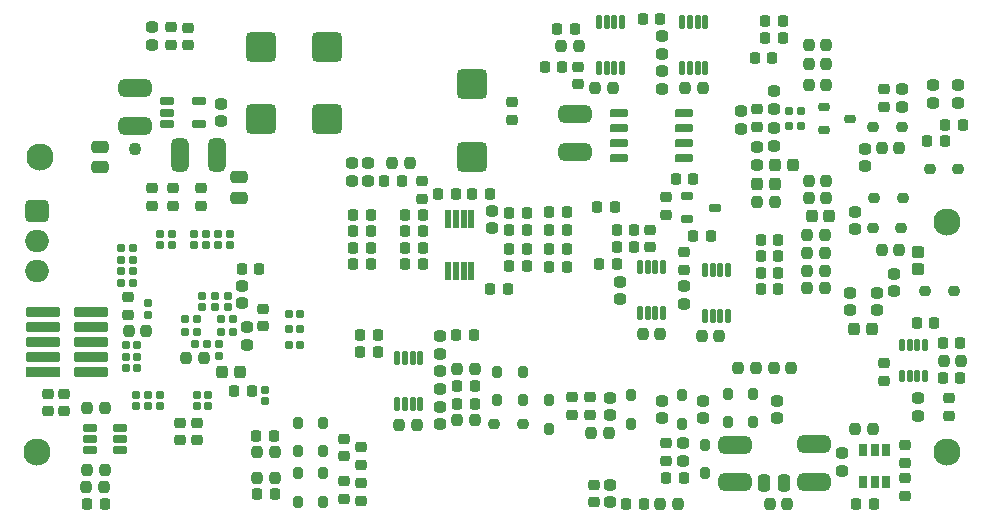
<source format=gbr>
%TF.GenerationSoftware,Altium Limited,Altium Designer,22.6.1 (34)*%
G04 Layer_Color=16711935*
%FSLAX45Y45*%
%MOMM*%
%TF.SameCoordinates,07F994AE-BB1C-4BEA-A643-928B9DFDCC76*%
%TF.FilePolarity,Negative*%
%TF.FileFunction,Soldermask,Bot*%
%TF.Part,Single*%
G01*
G75*
%TA.AperFunction,SMDPad,CuDef*%
G04:AMPARAMS|DCode=108|XSize=0.55mm|YSize=1.55mm|CornerRadius=0.19625mm|HoleSize=0mm|Usage=FLASHONLY|Rotation=0.000|XOffset=0mm|YOffset=0mm|HoleType=Round|Shape=RoundedRectangle|*
%AMROUNDEDRECTD108*
21,1,0.55000,1.15750,0,0,0.0*
21,1,0.15750,1.55000,0,0,0.0*
1,1,0.39250,0.07875,-0.57875*
1,1,0.39250,-0.07875,-0.57875*
1,1,0.39250,-0.07875,0.57875*
1,1,0.39250,0.07875,0.57875*
%
%ADD108ROUNDEDRECTD108*%
G04:AMPARAMS|DCode=109|XSize=0.48mm|YSize=1.18mm|CornerRadius=0.14mm|HoleSize=0mm|Usage=FLASHONLY|Rotation=0.000|XOffset=0mm|YOffset=0mm|HoleType=Round|Shape=RoundedRectangle|*
%AMROUNDEDRECTD109*
21,1,0.48000,0.90000,0,0,0.0*
21,1,0.20000,1.18000,0,0,0.0*
1,1,0.28000,0.10000,-0.45000*
1,1,0.28000,-0.10000,-0.45000*
1,1,0.28000,-0.10000,0.45000*
1,1,0.28000,0.10000,0.45000*
%
%ADD109ROUNDEDRECTD109*%
G04:AMPARAMS|DCode=110|XSize=0.55mm|YSize=1.1mm|CornerRadius=0.1625mm|HoleSize=0mm|Usage=FLASHONLY|Rotation=0.000|XOffset=0mm|YOffset=0mm|HoleType=Round|Shape=RoundedRectangle|*
%AMROUNDEDRECTD110*
21,1,0.55000,0.77500,0,0,0.0*
21,1,0.22500,1.10000,0,0,0.0*
1,1,0.32500,0.11250,-0.38750*
1,1,0.32500,-0.11250,-0.38750*
1,1,0.32500,-0.11250,0.38750*
1,1,0.32500,0.11250,0.38750*
%
%ADD110ROUNDEDRECTD110*%
G04:AMPARAMS|DCode=111|XSize=0.7mm|YSize=1.2mm|CornerRadius=0.2mm|HoleSize=0mm|Usage=FLASHONLY|Rotation=90.000|XOffset=0mm|YOffset=0mm|HoleType=Round|Shape=RoundedRectangle|*
%AMROUNDEDRECTD111*
21,1,0.70000,0.80000,0,0,90.0*
21,1,0.30000,1.20000,0,0,90.0*
1,1,0.40000,0.40000,0.15000*
1,1,0.40000,0.40000,-0.15000*
1,1,0.40000,-0.40000,-0.15000*
1,1,0.40000,-0.40000,0.15000*
%
%ADD111ROUNDEDRECTD111*%
G04:AMPARAMS|DCode=112|XSize=0.75mm|YSize=1mm|CornerRadius=0.2125mm|HoleSize=0mm|Usage=FLASHONLY|Rotation=270.000|XOffset=0mm|YOffset=0mm|HoleType=Round|Shape=RoundedRectangle|*
%AMROUNDEDRECTD112*
21,1,0.75000,0.57500,0,0,270.0*
21,1,0.32500,1.00000,0,0,270.0*
1,1,0.42500,-0.28750,-0.16250*
1,1,0.42500,-0.28750,0.16250*
1,1,0.42500,0.28750,0.16250*
1,1,0.42500,0.28750,-0.16250*
%
%ADD112ROUNDEDRECTD112*%
G04:AMPARAMS|DCode=113|XSize=0.75mm|YSize=0.95mm|CornerRadius=0.2125mm|HoleSize=0mm|Usage=FLASHONLY|Rotation=270.000|XOffset=0mm|YOffset=0mm|HoleType=Round|Shape=RoundedRectangle|*
%AMROUNDEDRECTD113*
21,1,0.75000,0.52500,0,0,270.0*
21,1,0.32500,0.95000,0,0,270.0*
1,1,0.42500,-0.26250,-0.16250*
1,1,0.42500,-0.26250,0.16250*
1,1,0.42500,0.26250,0.16250*
1,1,0.42500,0.26250,-0.16250*
%
%ADD113ROUNDEDRECTD113*%
G04:AMPARAMS|DCode=114|XSize=2.8956mm|YSize=0.8382mm|CornerRadius=0.23495mm|HoleSize=0mm|Usage=FLASHONLY|Rotation=0.000|XOffset=0mm|YOffset=0mm|HoleType=Round|Shape=RoundedRectangle|*
%AMROUNDEDRECTD114*
21,1,2.89560,0.36830,0,0,0.0*
21,1,2.42570,0.83820,0,0,0.0*
1,1,0.46990,1.21285,-0.18415*
1,1,0.46990,-1.21285,-0.18415*
1,1,0.46990,-1.21285,0.18415*
1,1,0.46990,1.21285,0.18415*
%
%ADD114ROUNDEDRECTD114*%
%ADD115R,2.89560X0.83820*%
G04:AMPARAMS|DCode=116|XSize=1.45mm|YSize=1.05mm|CornerRadius=0.2875mm|HoleSize=0mm|Usage=FLASHONLY|Rotation=180.000|XOffset=0mm|YOffset=0mm|HoleType=Round|Shape=RoundedRectangle|*
%AMROUNDEDRECTD116*
21,1,1.45000,0.47500,0,0,180.0*
21,1,0.87500,1.05000,0,0,180.0*
1,1,0.57500,-0.43750,0.23750*
1,1,0.57500,0.43750,0.23750*
1,1,0.57500,0.43750,-0.23750*
1,1,0.57500,-0.43750,-0.23750*
%
%ADD116ROUNDEDRECTD116*%
G04:AMPARAMS|DCode=117|XSize=1mm|YSize=0.9mm|CornerRadius=0.25mm|HoleSize=0mm|Usage=FLASHONLY|Rotation=90.000|XOffset=0mm|YOffset=0mm|HoleType=Round|Shape=RoundedRectangle|*
%AMROUNDEDRECTD117*
21,1,1.00000,0.40000,0,0,90.0*
21,1,0.50000,0.90000,0,0,90.0*
1,1,0.50000,0.20000,0.25000*
1,1,0.50000,0.20000,-0.25000*
1,1,0.50000,-0.20000,-0.25000*
1,1,0.50000,-0.20000,0.25000*
%
%ADD117ROUNDEDRECTD117*%
G04:AMPARAMS|DCode=118|XSize=0.7mm|YSize=0.7mm|CornerRadius=0.125mm|HoleSize=0mm|Usage=FLASHONLY|Rotation=270.000|XOffset=0mm|YOffset=0mm|HoleType=Round|Shape=RoundedRectangle|*
%AMROUNDEDRECTD118*
21,1,0.70000,0.45000,0,0,270.0*
21,1,0.45000,0.70000,0,0,270.0*
1,1,0.25000,-0.22500,-0.22500*
1,1,0.25000,-0.22500,0.22500*
1,1,0.25000,0.22500,0.22500*
1,1,0.25000,0.22500,-0.22500*
%
%ADD118ROUNDEDRECTD118*%
G04:AMPARAMS|DCode=119|XSize=1.08mm|YSize=1.02mm|CornerRadius=0.28mm|HoleSize=0mm|Usage=FLASHONLY|Rotation=270.000|XOffset=0mm|YOffset=0mm|HoleType=Round|Shape=RoundedRectangle|*
%AMROUNDEDRECTD119*
21,1,1.08000,0.46000,0,0,270.0*
21,1,0.52000,1.02000,0,0,270.0*
1,1,0.56000,-0.23000,-0.26000*
1,1,0.56000,-0.23000,0.26000*
1,1,0.56000,0.23000,0.26000*
1,1,0.56000,0.23000,-0.26000*
%
%ADD119ROUNDEDRECTD119*%
G04:AMPARAMS|DCode=120|XSize=0.72mm|YSize=0.66mm|CornerRadius=0.19mm|HoleSize=0mm|Usage=FLASHONLY|Rotation=90.000|XOffset=0mm|YOffset=0mm|HoleType=Round|Shape=RoundedRectangle|*
%AMROUNDEDRECTD120*
21,1,0.72000,0.28000,0,0,90.0*
21,1,0.34000,0.66000,0,0,90.0*
1,1,0.38000,0.14000,0.17000*
1,1,0.38000,0.14000,-0.17000*
1,1,0.38000,-0.14000,-0.17000*
1,1,0.38000,-0.14000,0.17000*
%
%ADD120ROUNDEDRECTD120*%
G04:AMPARAMS|DCode=121|XSize=2.6mm|YSize=2.55mm|CornerRadius=0.47875mm|HoleSize=0mm|Usage=FLASHONLY|Rotation=0.000|XOffset=0mm|YOffset=0mm|HoleType=Round|Shape=RoundedRectangle|*
%AMROUNDEDRECTD121*
21,1,2.60000,1.59250,0,0,0.0*
21,1,1.64250,2.55000,0,0,0.0*
1,1,0.95750,0.82125,-0.79625*
1,1,0.95750,-0.82125,-0.79625*
1,1,0.95750,-0.82125,0.79625*
1,1,0.95750,0.82125,0.79625*
%
%ADD121ROUNDEDRECTD121*%
G04:AMPARAMS|DCode=122|XSize=2.8mm|YSize=1.45mm|CornerRadius=0.3875mm|HoleSize=0mm|Usage=FLASHONLY|Rotation=180.000|XOffset=0mm|YOffset=0mm|HoleType=Round|Shape=RoundedRectangle|*
%AMROUNDEDRECTD122*
21,1,2.80000,0.67500,0,0,180.0*
21,1,2.02500,1.45000,0,0,180.0*
1,1,0.77500,-1.01250,0.33750*
1,1,0.77500,1.01250,0.33750*
1,1,0.77500,1.01250,-0.33750*
1,1,0.77500,-1.01250,-0.33750*
%
%ADD122ROUNDEDRECTD122*%
G04:AMPARAMS|DCode=123|XSize=1.05mm|YSize=0.95mm|CornerRadius=0.2625mm|HoleSize=0mm|Usage=FLASHONLY|Rotation=180.000|XOffset=0mm|YOffset=0mm|HoleType=Round|Shape=RoundedRectangle|*
%AMROUNDEDRECTD123*
21,1,1.05000,0.42500,0,0,180.0*
21,1,0.52500,0.95000,0,0,180.0*
1,1,0.52500,-0.26250,0.21250*
1,1,0.52500,0.26250,0.21250*
1,1,0.52500,0.26250,-0.21250*
1,1,0.52500,-0.26250,-0.21250*
%
%ADD123ROUNDEDRECTD123*%
G04:AMPARAMS|DCode=124|XSize=0.75mm|YSize=0.65mm|CornerRadius=0.1875mm|HoleSize=0mm|Usage=FLASHONLY|Rotation=180.000|XOffset=0mm|YOffset=0mm|HoleType=Round|Shape=RoundedRectangle|*
%AMROUNDEDRECTD124*
21,1,0.75000,0.27500,0,0,180.0*
21,1,0.37500,0.65000,0,0,180.0*
1,1,0.37500,-0.18750,0.13750*
1,1,0.37500,0.18750,0.13750*
1,1,0.37500,0.18750,-0.13750*
1,1,0.37500,-0.18750,-0.13750*
%
%ADD124ROUNDEDRECTD124*%
G04:AMPARAMS|DCode=125|XSize=1.05mm|YSize=0.95mm|CornerRadius=0.2625mm|HoleSize=0mm|Usage=FLASHONLY|Rotation=270.000|XOffset=0mm|YOffset=0mm|HoleType=Round|Shape=RoundedRectangle|*
%AMROUNDEDRECTD125*
21,1,1.05000,0.42500,0,0,270.0*
21,1,0.52500,0.95000,0,0,270.0*
1,1,0.52500,-0.21250,-0.26250*
1,1,0.52500,-0.21250,0.26250*
1,1,0.52500,0.21250,0.26250*
1,1,0.52500,0.21250,-0.26250*
%
%ADD125ROUNDEDRECTD125*%
G04:AMPARAMS|DCode=126|XSize=0.75mm|YSize=0.65mm|CornerRadius=0.1875mm|HoleSize=0mm|Usage=FLASHONLY|Rotation=90.000|XOffset=0mm|YOffset=0mm|HoleType=Round|Shape=RoundedRectangle|*
%AMROUNDEDRECTD126*
21,1,0.75000,0.27500,0,0,90.0*
21,1,0.37500,0.65000,0,0,90.0*
1,1,0.37500,0.13750,0.18750*
1,1,0.37500,0.13750,-0.18750*
1,1,0.37500,-0.13750,-0.18750*
1,1,0.37500,-0.13750,0.18750*
%
%ADD126ROUNDEDRECTD126*%
G04:AMPARAMS|DCode=127|XSize=0.85mm|YSize=0.95mm|CornerRadius=0.2375mm|HoleSize=0mm|Usage=FLASHONLY|Rotation=180.000|XOffset=0mm|YOffset=0mm|HoleType=Round|Shape=RoundedRectangle|*
%AMROUNDEDRECTD127*
21,1,0.85000,0.47500,0,0,180.0*
21,1,0.37500,0.95000,0,0,180.0*
1,1,0.47500,-0.18750,0.23750*
1,1,0.47500,0.18750,0.23750*
1,1,0.47500,0.18750,-0.23750*
1,1,0.47500,-0.18750,-0.23750*
%
%ADD127ROUNDEDRECTD127*%
G04:AMPARAMS|DCode=128|XSize=0.85mm|YSize=0.95mm|CornerRadius=0.2375mm|HoleSize=0mm|Usage=FLASHONLY|Rotation=270.000|XOffset=0mm|YOffset=0mm|HoleType=Round|Shape=RoundedRectangle|*
%AMROUNDEDRECTD128*
21,1,0.85000,0.47500,0,0,270.0*
21,1,0.37500,0.95000,0,0,270.0*
1,1,0.47500,-0.23750,-0.18750*
1,1,0.47500,-0.23750,0.18750*
1,1,0.47500,0.23750,0.18750*
1,1,0.47500,0.23750,-0.18750*
%
%ADD128ROUNDEDRECTD128*%
G04:AMPARAMS|DCode=129|XSize=1.08mm|YSize=1.02mm|CornerRadius=0.28mm|HoleSize=0mm|Usage=FLASHONLY|Rotation=0.000|XOffset=0mm|YOffset=0mm|HoleType=Round|Shape=RoundedRectangle|*
%AMROUNDEDRECTD129*
21,1,1.08000,0.46000,0,0,0.0*
21,1,0.52000,1.02000,0,0,0.0*
1,1,0.56000,0.26000,-0.23000*
1,1,0.56000,-0.26000,-0.23000*
1,1,0.56000,-0.26000,0.23000*
1,1,0.56000,0.26000,0.23000*
%
%ADD129ROUNDEDRECTD129*%
G04:AMPARAMS|DCode=130|XSize=1mm|YSize=0.9mm|CornerRadius=0.25mm|HoleSize=0mm|Usage=FLASHONLY|Rotation=180.000|XOffset=0mm|YOffset=0mm|HoleType=Round|Shape=RoundedRectangle|*
%AMROUNDEDRECTD130*
21,1,1.00000,0.40000,0,0,180.0*
21,1,0.50000,0.90000,0,0,180.0*
1,1,0.50000,-0.25000,0.20000*
1,1,0.50000,0.25000,0.20000*
1,1,0.50000,0.25000,-0.20000*
1,1,0.50000,-0.25000,-0.20000*
%
%ADD130ROUNDEDRECTD130*%
G04:AMPARAMS|DCode=131|XSize=1.45mm|YSize=1.05mm|CornerRadius=0.2875mm|HoleSize=0mm|Usage=FLASHONLY|Rotation=90.000|XOffset=0mm|YOffset=0mm|HoleType=Round|Shape=RoundedRectangle|*
%AMROUNDEDRECTD131*
21,1,1.45000,0.47500,0,0,90.0*
21,1,0.87500,1.05000,0,0,90.0*
1,1,0.57500,0.23750,0.43750*
1,1,0.57500,0.23750,-0.43750*
1,1,0.57500,-0.23750,-0.43750*
1,1,0.57500,-0.23750,0.43750*
%
%ADD131ROUNDEDRECTD131*%
G04:AMPARAMS|DCode=132|XSize=0.7mm|YSize=0.7mm|CornerRadius=0.125mm|HoleSize=0mm|Usage=FLASHONLY|Rotation=0.000|XOffset=0mm|YOffset=0mm|HoleType=Round|Shape=RoundedRectangle|*
%AMROUNDEDRECTD132*
21,1,0.70000,0.45000,0,0,0.0*
21,1,0.45000,0.70000,0,0,0.0*
1,1,0.25000,0.22500,-0.22500*
1,1,0.25000,-0.22500,-0.22500*
1,1,0.25000,-0.22500,0.22500*
1,1,0.25000,0.22500,0.22500*
%
%ADD132ROUNDEDRECTD132*%
%TA.AperFunction,ConnectorPad*%
G04:AMPARAMS|DCode=133|XSize=1mm|YSize=0.9mm|CornerRadius=0.25mm|HoleSize=0mm|Usage=FLASHONLY|Rotation=0.000|XOffset=0mm|YOffset=0mm|HoleType=Round|Shape=RoundedRectangle|*
%AMROUNDEDRECTD133*
21,1,1.00000,0.40000,0,0,0.0*
21,1,0.50000,0.90000,0,0,0.0*
1,1,0.50000,0.25000,-0.20000*
1,1,0.50000,-0.25000,-0.20000*
1,1,0.50000,-0.25000,0.20000*
1,1,0.50000,0.25000,0.20000*
%
%ADD133ROUNDEDRECTD133*%
%TA.AperFunction,SMDPad,CuDef*%
%ADD134C,1.10000*%
G04:AMPARAMS|DCode=135|XSize=0.75mm|YSize=1.55mm|CornerRadius=0.2125mm|HoleSize=0mm|Usage=FLASHONLY|Rotation=270.000|XOffset=0mm|YOffset=0mm|HoleType=Round|Shape=RoundedRectangle|*
%AMROUNDEDRECTD135*
21,1,0.75000,1.12500,0,0,270.0*
21,1,0.32500,1.55000,0,0,270.0*
1,1,0.42500,-0.56250,-0.16250*
1,1,0.42500,-0.56250,0.16250*
1,1,0.42500,0.56250,0.16250*
1,1,0.42500,0.56250,-0.16250*
%
%ADD135ROUNDEDRECTD135*%
G04:AMPARAMS|DCode=136|XSize=0.7mm|YSize=1.1mm|CornerRadius=0.2mm|HoleSize=0mm|Usage=FLASHONLY|Rotation=180.000|XOffset=0mm|YOffset=0mm|HoleType=Round|Shape=RoundedRectangle|*
%AMROUNDEDRECTD136*
21,1,0.70000,0.70000,0,0,180.0*
21,1,0.30000,1.10000,0,0,180.0*
1,1,0.40000,-0.15000,0.35000*
1,1,0.40000,0.15000,0.35000*
1,1,0.40000,0.15000,-0.35000*
1,1,0.40000,-0.15000,-0.35000*
%
%ADD136ROUNDEDRECTD136*%
G04:AMPARAMS|DCode=137|XSize=2.8mm|YSize=1.45mm|CornerRadius=0.3875mm|HoleSize=0mm|Usage=FLASHONLY|Rotation=90.000|XOffset=0mm|YOffset=0mm|HoleType=Round|Shape=RoundedRectangle|*
%AMROUNDEDRECTD137*
21,1,2.80000,0.67500,0,0,90.0*
21,1,2.02500,1.45000,0,0,90.0*
1,1,0.77500,0.33750,1.01250*
1,1,0.77500,0.33750,-1.01250*
1,1,0.77500,-0.33750,-1.01250*
1,1,0.77500,-0.33750,1.01250*
%
%ADD137ROUNDEDRECTD137*%
%TA.AperFunction,ComponentPad*%
%ADD138O,2.00000X1.90000*%
G04:AMPARAMS|DCode=139|XSize=1.9mm|YSize=2mm|CornerRadius=0.41mm|HoleSize=0mm|Usage=FLASHONLY|Rotation=270.000|XOffset=0mm|YOffset=0mm|HoleType=Round|Shape=RoundedRectangle|*
%AMROUNDEDRECTD139*
21,1,1.90000,1.18000,0,0,270.0*
21,1,1.08000,2.00000,0,0,270.0*
1,1,0.82000,-0.59000,-0.54000*
1,1,0.82000,-0.59000,0.54000*
1,1,0.82000,0.59000,0.54000*
1,1,0.82000,0.59000,-0.54000*
%
%ADD139ROUNDEDRECTD139*%
%TA.AperFunction,WasherPad*%
%ADD140C,2.30000*%
D108*
X3924974Y2130000D02*
D03*
X3859973D02*
D03*
X3794974D02*
D03*
X3729973D02*
D03*
X3924974Y2570000D02*
D03*
X3859973D02*
D03*
X3794974D02*
D03*
X3729973D02*
D03*
D109*
X6097500Y1756250D02*
D03*
X6032500D02*
D03*
X5967500D02*
D03*
X5902500D02*
D03*
X6097500Y2143750D02*
D03*
X6032500D02*
D03*
X5967500D02*
D03*
X5902500D02*
D03*
X3297525Y1393724D02*
D03*
X3362525D02*
D03*
X3427525D02*
D03*
X3492525D02*
D03*
X3297525Y1006224D02*
D03*
X3362525D02*
D03*
X3427525D02*
D03*
X3492525D02*
D03*
X5712500Y4243776D02*
D03*
X5777500D02*
D03*
X5842500D02*
D03*
X5907500D02*
D03*
X5712500Y3856276D02*
D03*
X5777500D02*
D03*
X5842500D02*
D03*
X5907500D02*
D03*
X5202550Y3856250D02*
D03*
X5137550D02*
D03*
X5072550D02*
D03*
X5007550D02*
D03*
X5202550Y4243750D02*
D03*
X5137550D02*
D03*
X5072550D02*
D03*
X5007550D02*
D03*
X5352500Y2163750D02*
D03*
X5417500D02*
D03*
X5482500D02*
D03*
X5547500D02*
D03*
X5352500Y1776250D02*
D03*
X5417500D02*
D03*
X5482500D02*
D03*
X5547500D02*
D03*
D110*
X7572498Y1505000D02*
D03*
Y1245000D02*
D03*
X7767498Y1505000D02*
D03*
X7702498D02*
D03*
X7637498D02*
D03*
Y1245000D02*
D03*
X7702498D02*
D03*
X7767498D02*
D03*
D111*
X955005Y804922D02*
D03*
Y709922D02*
D03*
Y614922D02*
D03*
X695005D02*
D03*
Y709922D02*
D03*
Y804922D02*
D03*
X1617524Y3380000D02*
D03*
Y3570000D02*
D03*
X1352524D02*
D03*
Y3475000D02*
D03*
Y3380000D02*
D03*
D112*
X5752500Y2575000D02*
D03*
Y2765000D02*
D03*
X5987500Y2670000D02*
D03*
D113*
X6907500Y3330000D02*
D03*
Y3520000D02*
D03*
X7132500Y3425000D02*
D03*
D114*
X703200Y1784000D02*
D03*
Y1657000D02*
D03*
X296800Y1530000D02*
D03*
X703200Y1403000D02*
D03*
Y1276000D02*
D03*
X703199Y1530000D02*
D03*
X296800Y1403000D02*
D03*
Y1657000D02*
D03*
Y1784000D02*
D03*
D115*
Y1276000D02*
D03*
D116*
X1960000Y2752500D02*
D03*
Y2927500D02*
D03*
X780000Y3187500D02*
D03*
Y3012500D02*
D03*
D117*
X2985000Y1450000D02*
D03*
X3135000D02*
D03*
X6374999Y1979923D02*
D03*
X6524999D02*
D03*
X6374999Y2119949D02*
D03*
X6524999D02*
D03*
X6374999Y2259974D02*
D03*
X6524999D02*
D03*
X6374999Y2400000D02*
D03*
X6524999D02*
D03*
X6564999Y4110000D02*
D03*
X6414999D02*
D03*
X6564999Y4250000D02*
D03*
X6414999D02*
D03*
X6325000Y3940000D02*
D03*
X6475000D02*
D03*
X7334999Y160000D02*
D03*
X7184999D02*
D03*
X2114999Y245000D02*
D03*
X2264999D02*
D03*
X2104999Y740000D02*
D03*
X2254999D02*
D03*
X5237500Y162500D02*
D03*
X5387500D02*
D03*
X3134999Y1590000D02*
D03*
X2984999D02*
D03*
X3795000D02*
D03*
X3944999D02*
D03*
X3954999Y1010000D02*
D03*
X3804999D02*
D03*
X5725000Y380000D02*
D03*
X5575000D02*
D03*
X3954999Y1159974D02*
D03*
X3805000D02*
D03*
X7785000Y3232314D02*
D03*
X7935000D02*
D03*
X7934999Y3372340D02*
D03*
X8084999D02*
D03*
X4585000Y2170000D02*
D03*
X4735000D02*
D03*
X4585000Y2480000D02*
D03*
X4735000D02*
D03*
X3075000Y2610000D02*
D03*
X2925000D02*
D03*
X3075000Y2330000D02*
D03*
X2925000D02*
D03*
X4397500Y2172500D02*
D03*
X4247500D02*
D03*
X4397500Y2481250D02*
D03*
X4247500D02*
D03*
X3362500Y2610000D02*
D03*
X3512500D02*
D03*
X3362500Y2330000D02*
D03*
X3512500D02*
D03*
X4585000Y2320000D02*
D03*
X4735000D02*
D03*
X4585000Y2630000D02*
D03*
X4735000D02*
D03*
X3075000Y2470000D02*
D03*
X2925000D02*
D03*
X3075000Y2190000D02*
D03*
X2925000D02*
D03*
X4397500Y2318750D02*
D03*
X4247500D02*
D03*
X4397500Y2627500D02*
D03*
X4247500D02*
D03*
X3362500Y2470000D02*
D03*
X3512500D02*
D03*
X3362499Y2190000D02*
D03*
X3512499D02*
D03*
X3334999Y2900000D02*
D03*
X3184999D02*
D03*
X5955000Y2430000D02*
D03*
X5805000D02*
D03*
X2129998Y2155026D02*
D03*
X1979998D02*
D03*
X674999Y165000D02*
D03*
X824999D02*
D03*
X1915000Y1120000D02*
D03*
X2065000D02*
D03*
X4080624Y2790000D02*
D03*
X3930624D02*
D03*
X4082500Y1985026D02*
D03*
X4232500D02*
D03*
X3796249Y2790000D02*
D03*
X3646249D02*
D03*
X5655000Y2910000D02*
D03*
X5805000D02*
D03*
X4694999Y3860000D02*
D03*
X4544999D02*
D03*
X5374999Y4270000D02*
D03*
X5524999D02*
D03*
X4654999Y4180000D02*
D03*
X4804999D02*
D03*
X5140000Y2680000D02*
D03*
X4990000D02*
D03*
X5155000Y2480000D02*
D03*
X5305000D02*
D03*
X5155000Y2190000D02*
D03*
X5005000D02*
D03*
X5305000Y2340000D02*
D03*
X5155000D02*
D03*
X7695000Y1690000D02*
D03*
X7845000D02*
D03*
X8065024Y1520785D02*
D03*
X7915024D02*
D03*
X8065023Y1230733D02*
D03*
X7915023D02*
D03*
D118*
X1097999Y1410000D02*
D03*
X1001999D02*
D03*
X961999Y2330000D02*
D03*
X1057999D02*
D03*
X2478000Y1770000D02*
D03*
X2382000D02*
D03*
X1057999Y2230000D02*
D03*
X961999D02*
D03*
X1057999Y2130000D02*
D03*
X961999D02*
D03*
X1097999Y1310000D02*
D03*
X1001999D02*
D03*
X2382000Y1510000D02*
D03*
X2478000D02*
D03*
X2382000Y1640000D02*
D03*
X2478000D02*
D03*
X961999Y2030000D02*
D03*
X1057999D02*
D03*
X1097999Y1510000D02*
D03*
X1001999D02*
D03*
D119*
X1964024Y1279919D02*
D03*
X1816024D02*
D03*
X7313999Y1639974D02*
D03*
X7165999D02*
D03*
X6346000Y2870000D02*
D03*
X6494000D02*
D03*
X6956500Y2600000D02*
D03*
X6808500D02*
D03*
X6646500Y3034975D02*
D03*
X6498500D02*
D03*
D120*
X6717499Y3490000D02*
D03*
X6617499D02*
D03*
X6717499Y3360000D02*
D03*
X6617499D02*
D03*
D121*
X3930000Y3102500D02*
D03*
Y3717500D02*
D03*
X2699999Y3417500D02*
D03*
Y4032500D02*
D03*
X2145075Y3417500D02*
D03*
Y4032500D02*
D03*
D122*
X4799999Y3140000D02*
D03*
Y3460000D02*
D03*
X6825023Y665000D02*
D03*
Y345000D02*
D03*
X6159974Y344975D02*
D03*
Y664975D02*
D03*
X1074998Y3685000D02*
D03*
Y3365000D02*
D03*
D123*
X7709998Y909975D02*
D03*
Y1059975D02*
D03*
X5100000Y912500D02*
D03*
Y1062500D02*
D03*
X5719999Y525000D02*
D03*
Y675000D02*
D03*
X5537524Y1037500D02*
D03*
Y887500D02*
D03*
X5887575D02*
D03*
Y1037500D02*
D03*
X6512499Y887500D02*
D03*
Y1037500D02*
D03*
X7254974Y3169949D02*
D03*
Y3019949D02*
D03*
X7357499Y1800000D02*
D03*
Y1950000D02*
D03*
X8049999Y3555000D02*
D03*
Y3705000D02*
D03*
X7830000D02*
D03*
Y3555000D02*
D03*
X7170000Y2637500D02*
D03*
Y2487500D02*
D03*
X7569999Y3675000D02*
D03*
Y3525000D02*
D03*
X1224999Y4050000D02*
D03*
Y4200000D02*
D03*
X7060049Y440000D02*
D03*
Y590000D02*
D03*
X1805049Y3400000D02*
D03*
Y3550000D02*
D03*
X5100000Y175000D02*
D03*
Y325000D02*
D03*
X3660000Y1585000D02*
D03*
Y1435000D02*
D03*
Y1135000D02*
D03*
Y1285000D02*
D03*
X3660000Y835000D02*
D03*
Y985000D02*
D03*
X3052526Y2900052D02*
D03*
Y3050052D02*
D03*
X2912500Y2900052D02*
D03*
Y3050052D02*
D03*
X7507500Y1962500D02*
D03*
Y2112500D02*
D03*
X7132500Y1800000D02*
D03*
Y1950000D02*
D03*
X6347475Y3035000D02*
D03*
Y3185000D02*
D03*
X2025025Y1659975D02*
D03*
Y1509975D02*
D03*
X1985024Y1860000D02*
D03*
Y2010000D02*
D03*
X4103125Y2645625D02*
D03*
Y2495625D02*
D03*
X5540000Y3675000D02*
D03*
Y3825000D02*
D03*
X6207475Y3335000D02*
D03*
Y3485000D02*
D03*
X6487500Y3505000D02*
D03*
Y3655000D02*
D03*
Y3345000D02*
D03*
Y3195000D02*
D03*
X5540000Y3975000D02*
D03*
Y4125000D02*
D03*
X5180000Y1895000D02*
D03*
Y2045000D02*
D03*
X5730000Y1855000D02*
D03*
Y2005000D02*
D03*
D124*
X1644998Y1925000D02*
D03*
Y1825000D02*
D03*
X1190000Y1860000D02*
D03*
Y1760000D02*
D03*
X1785045Y1414945D02*
D03*
Y1514944D02*
D03*
X1864999Y1925000D02*
D03*
Y1825000D02*
D03*
X1755000D02*
D03*
Y1925000D02*
D03*
D125*
X5675000Y162500D02*
D03*
X5525000D02*
D03*
X6485000Y1310000D02*
D03*
X6635000D02*
D03*
X6334999D02*
D03*
X6184999D02*
D03*
X6600000Y162500D02*
D03*
X6450000D02*
D03*
X6770000Y2437500D02*
D03*
X6920000D02*
D03*
X6782499Y2750000D02*
D03*
X6932499D02*
D03*
X6770000Y2137500D02*
D03*
X6920000D02*
D03*
X6770000Y2287500D02*
D03*
X6920000D02*
D03*
X6782499Y2900000D02*
D03*
X6932499D02*
D03*
X6770000Y1987500D02*
D03*
X6920000D02*
D03*
X7399999Y2314923D02*
D03*
X7550000D02*
D03*
X7399999Y3174949D02*
D03*
X7550000D02*
D03*
X6932499Y3887500D02*
D03*
X6782499D02*
D03*
X6932499Y3712500D02*
D03*
X6782499D02*
D03*
X6932499Y4050000D02*
D03*
X6782499D02*
D03*
X7174998Y795025D02*
D03*
X7324999D02*
D03*
X2264999Y385026D02*
D03*
X2114999D02*
D03*
X2264999Y600000D02*
D03*
X2114999D02*
D03*
X5087500Y762500D02*
D03*
X4937500D02*
D03*
X3465000Y830000D02*
D03*
X3315000D02*
D03*
X3805075Y1300000D02*
D03*
X3955076D02*
D03*
X3805000Y870000D02*
D03*
X3955000D02*
D03*
X3405000Y3050000D02*
D03*
X3255000D02*
D03*
X6495000Y2714975D02*
D03*
X6345000D02*
D03*
X1509998Y1395000D02*
D03*
X1659998D02*
D03*
X674999Y975000D02*
D03*
X824999D02*
D03*
X1024999Y1630000D02*
D03*
X1174999D02*
D03*
X814999Y305000D02*
D03*
X664999D02*
D03*
X674998Y449896D02*
D03*
X824999D02*
D03*
X5125000Y3680000D02*
D03*
X4975000D02*
D03*
X4684999Y4040000D02*
D03*
X4834999D02*
D03*
X5885000Y3680000D02*
D03*
X5735000D02*
D03*
X6025000Y1580000D02*
D03*
X5875000D02*
D03*
X5375000Y1600000D02*
D03*
X5525000D02*
D03*
X7925023Y1375759D02*
D03*
X8075023D02*
D03*
D126*
X1684999Y1515000D02*
D03*
X1585000D02*
D03*
X1904999Y1615000D02*
D03*
X1805000D02*
D03*
X1904999Y1725000D02*
D03*
X1805000D02*
D03*
X1500000Y1615000D02*
D03*
X1599999D02*
D03*
X1500000Y1725000D02*
D03*
X1599999D02*
D03*
D127*
X5275026Y842500D02*
D03*
Y1082500D02*
D03*
X5899999Y420000D02*
D03*
Y660000D02*
D03*
X5712550Y1082500D02*
D03*
Y842500D02*
D03*
X6099999Y1095000D02*
D03*
Y855000D02*
D03*
X6312499Y1095000D02*
D03*
Y855000D02*
D03*
X2460000Y180000D02*
D03*
Y420000D02*
D03*
X2670000D02*
D03*
Y180000D02*
D03*
X2460000Y850000D02*
D03*
Y610000D02*
D03*
X2670000D02*
D03*
Y850000D02*
D03*
X4359999Y1040000D02*
D03*
Y1280000D02*
D03*
X4579999Y800000D02*
D03*
Y1040000D02*
D03*
X4140000D02*
D03*
Y1280000D02*
D03*
D128*
X7809999Y3000000D02*
D03*
X8049999D02*
D03*
X7769999Y1964974D02*
D03*
X8009999D02*
D03*
X7565000Y2500000D02*
D03*
X7325000D02*
D03*
X7570000Y3349975D02*
D03*
X7330000D02*
D03*
X7577499Y2750000D02*
D03*
X7337499D02*
D03*
X4120076Y840000D02*
D03*
X4360076D02*
D03*
D129*
X7710024Y2151000D02*
D03*
Y2299000D02*
D03*
D130*
X7420000Y3675000D02*
D03*
Y3525000D02*
D03*
X1385024Y4200000D02*
D03*
Y4050000D02*
D03*
X1530000Y4045000D02*
D03*
Y4195000D02*
D03*
X7600025Y230000D02*
D03*
Y380000D02*
D03*
Y660026D02*
D03*
Y510026D02*
D03*
X2990000Y185000D02*
D03*
Y335000D02*
D03*
X2850000Y355000D02*
D03*
Y205000D02*
D03*
X2989999Y495000D02*
D03*
Y645000D02*
D03*
X2850000Y565000D02*
D03*
Y715000D02*
D03*
X4959974Y175000D02*
D03*
Y325000D02*
D03*
X4780000Y915000D02*
D03*
Y1065000D02*
D03*
X4929999Y915000D02*
D03*
Y1065000D02*
D03*
X5570000Y675000D02*
D03*
Y525000D02*
D03*
X1640000Y2835000D02*
D03*
Y2685000D02*
D03*
X5577473Y2760000D02*
D03*
Y2610000D02*
D03*
X1225000Y2687500D02*
D03*
Y2837500D02*
D03*
X1399999D02*
D03*
Y2687500D02*
D03*
X1599999Y700000D02*
D03*
Y850000D02*
D03*
X1459973Y850000D02*
D03*
Y700000D02*
D03*
X2165051Y1665000D02*
D03*
Y1815000D02*
D03*
X1020000Y1765000D02*
D03*
Y1915000D02*
D03*
X479974Y944974D02*
D03*
Y1094974D02*
D03*
X339948Y944974D02*
D03*
Y1094974D02*
D03*
X3510000Y2747500D02*
D03*
Y2897500D02*
D03*
X6347500Y3505000D02*
D03*
Y3355000D02*
D03*
X4270000Y3415000D02*
D03*
Y3565000D02*
D03*
X4829999Y3715000D02*
D03*
Y3865000D02*
D03*
X5440000Y2485000D02*
D03*
Y2335000D02*
D03*
X5730000Y2145000D02*
D03*
Y2295000D02*
D03*
X7419999Y1355000D02*
D03*
Y1205000D02*
D03*
D131*
X6399999Y337500D02*
D03*
X6574999D02*
D03*
D132*
X1289998Y1083000D02*
D03*
Y987000D02*
D03*
X1089974D02*
D03*
Y1083000D02*
D03*
X1580050Y2448000D02*
D03*
Y2352000D02*
D03*
X1390024Y2448000D02*
D03*
Y2352000D02*
D03*
X1289998Y2448000D02*
D03*
Y2352000D02*
D03*
X1700025Y987000D02*
D03*
Y1083000D02*
D03*
X1600000D02*
D03*
Y987000D02*
D03*
X2180000Y1128000D02*
D03*
Y1032000D02*
D03*
X1880126Y2352000D02*
D03*
Y2448000D02*
D03*
X1680075D02*
D03*
Y2352000D02*
D03*
X1780100D02*
D03*
Y2448000D02*
D03*
X1189999Y1083000D02*
D03*
Y987000D02*
D03*
D133*
X7970000Y905000D02*
D03*
Y1055000D02*
D03*
D134*
X1075000Y3165000D02*
D03*
D135*
X5177500Y3089500D02*
D03*
Y3216500D02*
D03*
Y3343500D02*
D03*
Y3470500D02*
D03*
X5722500Y3089500D02*
D03*
Y3216500D02*
D03*
Y3343500D02*
D03*
Y3470500D02*
D03*
D136*
X7244999Y350000D02*
D03*
X7339999D02*
D03*
X7434999D02*
D03*
Y620000D02*
D03*
X7339999D02*
D03*
X7244999D02*
D03*
D137*
X1455049Y3114975D02*
D03*
X1775049D02*
D03*
D138*
X250000Y2385000D02*
D03*
Y2131000D02*
D03*
D139*
Y2639000D02*
D03*
D140*
X249993Y599997D02*
D03*
X7949997D02*
D03*
Y2549998D02*
D03*
X269993Y3099997D02*
D03*
%TF.MD5,ccea258625ac0bb59ea0e30e8e064509*%
M02*

</source>
